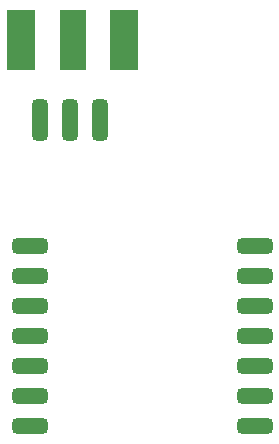
<source format=gbr>
%TF.GenerationSoftware,KiCad,Pcbnew,7.0.2*%
%TF.CreationDate,2023-10-19T19:02:44-04:00*%
%TF.ProjectId,XBee_Joint,58426565-5f4a-46f6-996e-742e6b696361,rev?*%
%TF.SameCoordinates,Original*%
%TF.FileFunction,Paste,Bot*%
%TF.FilePolarity,Positive*%
%FSLAX46Y46*%
G04 Gerber Fmt 4.6, Leading zero omitted, Abs format (unit mm)*
G04 Created by KiCad (PCBNEW 7.0.2) date 2023-10-19 19:02:44*
%MOMM*%
%LPD*%
G01*
G04 APERTURE LIST*
G04 Aperture macros list*
%AMRoundRect*
0 Rectangle with rounded corners*
0 $1 Rounding radius*
0 $2 $3 $4 $5 $6 $7 $8 $9 X,Y pos of 4 corners*
0 Add a 4 corners polygon primitive as box body*
4,1,4,$2,$3,$4,$5,$6,$7,$8,$9,$2,$3,0*
0 Add four circle primitives for the rounded corners*
1,1,$1+$1,$2,$3*
1,1,$1+$1,$4,$5*
1,1,$1+$1,$6,$7*
1,1,$1+$1,$8,$9*
0 Add four rect primitives between the rounded corners*
20,1,$1+$1,$2,$3,$4,$5,0*
20,1,$1+$1,$4,$5,$6,$7,0*
20,1,$1+$1,$6,$7,$8,$9,0*
20,1,$1+$1,$8,$9,$2,$3,0*%
G04 Aperture macros list end*
%ADD10RoundRect,0.322500X1.177500X0.322500X-1.177500X0.322500X-1.177500X-0.322500X1.177500X-0.322500X0*%
%ADD11RoundRect,0.325000X1.175000X0.325000X-1.175000X0.325000X-1.175000X-0.325000X1.175000X-0.325000X0*%
%ADD12RoundRect,0.325000X0.325000X-1.425000X0.325000X1.425000X-0.325000X1.425000X-0.325000X-1.425000X0*%
%ADD13R,2.290000X5.080000*%
%ADD14R,2.420000X5.080000*%
G04 APERTURE END LIST*
D10*
%TO.C,U3*%
X88750000Y-122765000D03*
D11*
X88750000Y-125310000D03*
X88750000Y-127850000D03*
X88750000Y-130390000D03*
X88750000Y-132930000D03*
X88750000Y-135470000D03*
X88750000Y-138010000D03*
X69750000Y-138010000D03*
X69750000Y-135470000D03*
X69750000Y-132930000D03*
X69750000Y-130390000D03*
X69750000Y-127850000D03*
X69750000Y-125310000D03*
D10*
X69750000Y-122765000D03*
D12*
X70580000Y-112160000D03*
X73120000Y-112160000D03*
X75660000Y-112160000D03*
%TD*%
D13*
%TO.C,AE1*%
X73350000Y-105360000D03*
D14*
X68970000Y-105360000D03*
X77730000Y-105360000D03*
%TD*%
M02*

</source>
